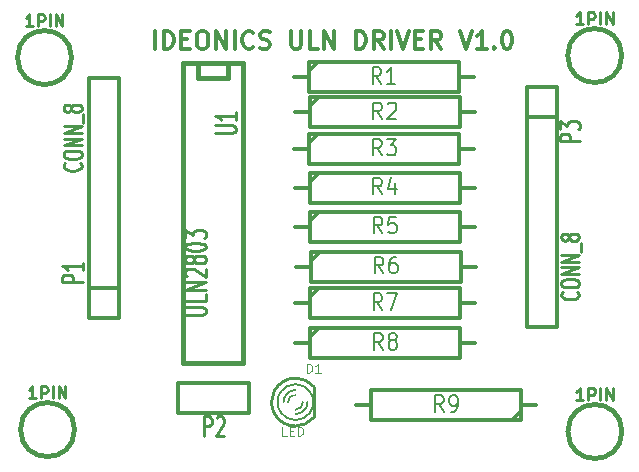
<source format=gto>
G04 (created by PCBNEW (2013-07-07 BZR 4022)-stable) date 30-Oct-13 5:57:55 PM*
%MOIN*%
G04 Gerber Fmt 3.4, Leading zero omitted, Abs format*
%FSLAX34Y34*%
G01*
G70*
G90*
G04 APERTURE LIST*
%ADD10C,0.00590551*%
%ADD11C,0.011811*%
%ADD12C,0.012*%
%ADD13C,0.015*%
%ADD14C,0.01*%
%ADD15C,0.006*%
%ADD16C,0.008*%
%ADD17C,0.0107*%
%ADD18C,0.01125*%
%ADD19C,0.0035*%
G04 APERTURE END LIST*
G54D10*
G54D11*
X47042Y-46857D02*
X47042Y-46266D01*
X47323Y-46857D02*
X47323Y-46266D01*
X47464Y-46266D01*
X47548Y-46294D01*
X47604Y-46350D01*
X47632Y-46407D01*
X47661Y-46519D01*
X47661Y-46603D01*
X47632Y-46716D01*
X47604Y-46772D01*
X47548Y-46828D01*
X47464Y-46857D01*
X47323Y-46857D01*
X47914Y-46547D02*
X48110Y-46547D01*
X48195Y-46857D02*
X47914Y-46857D01*
X47914Y-46266D01*
X48195Y-46266D01*
X48560Y-46266D02*
X48673Y-46266D01*
X48729Y-46294D01*
X48785Y-46350D01*
X48814Y-46463D01*
X48814Y-46660D01*
X48785Y-46772D01*
X48729Y-46828D01*
X48673Y-46857D01*
X48560Y-46857D01*
X48504Y-46828D01*
X48448Y-46772D01*
X48420Y-46660D01*
X48420Y-46463D01*
X48448Y-46350D01*
X48504Y-46294D01*
X48560Y-46266D01*
X49067Y-46857D02*
X49067Y-46266D01*
X49404Y-46857D01*
X49404Y-46266D01*
X49685Y-46857D02*
X49685Y-46266D01*
X50304Y-46800D02*
X50276Y-46828D01*
X50191Y-46857D01*
X50135Y-46857D01*
X50051Y-46828D01*
X49995Y-46772D01*
X49967Y-46716D01*
X49938Y-46603D01*
X49938Y-46519D01*
X49967Y-46407D01*
X49995Y-46350D01*
X50051Y-46294D01*
X50135Y-46266D01*
X50191Y-46266D01*
X50276Y-46294D01*
X50304Y-46322D01*
X50529Y-46828D02*
X50613Y-46857D01*
X50754Y-46857D01*
X50810Y-46828D01*
X50838Y-46800D01*
X50866Y-46744D01*
X50866Y-46688D01*
X50838Y-46632D01*
X50810Y-46603D01*
X50754Y-46575D01*
X50641Y-46547D01*
X50585Y-46519D01*
X50557Y-46491D01*
X50529Y-46435D01*
X50529Y-46378D01*
X50557Y-46322D01*
X50585Y-46294D01*
X50641Y-46266D01*
X50782Y-46266D01*
X50866Y-46294D01*
X51569Y-46266D02*
X51569Y-46744D01*
X51598Y-46800D01*
X51626Y-46828D01*
X51682Y-46857D01*
X51794Y-46857D01*
X51851Y-46828D01*
X51879Y-46800D01*
X51907Y-46744D01*
X51907Y-46266D01*
X52469Y-46857D02*
X52188Y-46857D01*
X52188Y-46266D01*
X52666Y-46857D02*
X52666Y-46266D01*
X53004Y-46857D01*
X53004Y-46266D01*
X53735Y-46857D02*
X53735Y-46266D01*
X53875Y-46266D01*
X53960Y-46294D01*
X54016Y-46350D01*
X54044Y-46407D01*
X54072Y-46519D01*
X54072Y-46603D01*
X54044Y-46716D01*
X54016Y-46772D01*
X53960Y-46828D01*
X53875Y-46857D01*
X53735Y-46857D01*
X54663Y-46857D02*
X54466Y-46575D01*
X54325Y-46857D02*
X54325Y-46266D01*
X54550Y-46266D01*
X54607Y-46294D01*
X54635Y-46322D01*
X54663Y-46378D01*
X54663Y-46463D01*
X54635Y-46519D01*
X54607Y-46547D01*
X54550Y-46575D01*
X54325Y-46575D01*
X54916Y-46857D02*
X54916Y-46266D01*
X55113Y-46266D02*
X55310Y-46857D01*
X55506Y-46266D01*
X55703Y-46547D02*
X55900Y-46547D01*
X55984Y-46857D02*
X55703Y-46857D01*
X55703Y-46266D01*
X55984Y-46266D01*
X56575Y-46857D02*
X56378Y-46575D01*
X56238Y-46857D02*
X56238Y-46266D01*
X56463Y-46266D01*
X56519Y-46294D01*
X56547Y-46322D01*
X56575Y-46378D01*
X56575Y-46463D01*
X56547Y-46519D01*
X56519Y-46547D01*
X56463Y-46575D01*
X56238Y-46575D01*
X57194Y-46266D02*
X57391Y-46857D01*
X57587Y-46266D01*
X58094Y-46857D02*
X57756Y-46857D01*
X57925Y-46857D02*
X57925Y-46266D01*
X57869Y-46350D01*
X57812Y-46407D01*
X57756Y-46435D01*
X58347Y-46800D02*
X58375Y-46828D01*
X58347Y-46857D01*
X58319Y-46828D01*
X58347Y-46800D01*
X58347Y-46857D01*
X58740Y-46266D02*
X58797Y-46266D01*
X58853Y-46294D01*
X58881Y-46322D01*
X58909Y-46378D01*
X58937Y-46491D01*
X58937Y-46632D01*
X58909Y-46744D01*
X58881Y-46800D01*
X58853Y-46828D01*
X58797Y-46857D01*
X58740Y-46857D01*
X58684Y-46828D01*
X58656Y-46800D01*
X58628Y-46744D01*
X58600Y-46632D01*
X58600Y-46491D01*
X58628Y-46378D01*
X58656Y-46322D01*
X58684Y-46294D01*
X58740Y-46266D01*
G54D12*
X52200Y-52286D02*
X57200Y-52286D01*
X57200Y-52286D02*
X57200Y-53286D01*
X57200Y-53286D02*
X52200Y-53286D01*
X57200Y-52786D02*
X57700Y-52786D01*
X51700Y-52786D02*
X52200Y-52786D01*
X52200Y-52586D02*
X52500Y-52286D01*
X52200Y-52286D02*
X52200Y-53286D01*
X60428Y-48118D02*
X60428Y-56118D01*
X60428Y-56118D02*
X59428Y-56118D01*
X59428Y-56118D02*
X59428Y-48118D01*
X59428Y-48118D02*
X60428Y-48118D01*
X59428Y-49118D02*
X60428Y-49118D01*
X44846Y-55822D02*
X44846Y-47822D01*
X44846Y-47822D02*
X45846Y-47822D01*
X45846Y-47822D02*
X45846Y-55822D01*
X45846Y-55822D02*
X44846Y-55822D01*
X45846Y-54822D02*
X44846Y-54822D01*
X50175Y-57998D02*
X50175Y-58998D01*
X50175Y-58998D02*
X47812Y-58998D01*
X47812Y-58998D02*
X47812Y-57998D01*
X47812Y-57998D02*
X50175Y-57998D01*
G54D13*
X49466Y-47326D02*
X49466Y-47826D01*
X49466Y-47826D02*
X48466Y-47826D01*
X48466Y-47826D02*
X48466Y-47326D01*
X49966Y-47326D02*
X49966Y-57326D01*
X49966Y-57326D02*
X47966Y-57326D01*
X47966Y-57326D02*
X47966Y-47326D01*
X47966Y-47326D02*
X49966Y-47326D01*
G54D14*
X52336Y-59136D02*
X52336Y-58136D01*
G54D15*
X51255Y-58251D02*
G75*
G03X51116Y-58636I460J-384D01*
G74*
G01*
X51116Y-58636D02*
G75*
G03X51267Y-59033I599J0D01*
G74*
G01*
X52315Y-58636D02*
G75*
G03X52171Y-58246I-599J0D01*
G74*
G01*
X52176Y-59020D02*
G75*
G03X52316Y-58636I-460J384D01*
G74*
G01*
X52203Y-58286D02*
G75*
G03X51716Y-58036I-487J-349D01*
G74*
G01*
X51716Y-58036D02*
G75*
G03X51236Y-58275I0J-600D01*
G74*
G01*
X51716Y-59235D02*
G75*
G03X52188Y-59004I0J599D01*
G74*
G01*
X51242Y-59004D02*
G75*
G03X51716Y-59236I473J368D01*
G74*
G01*
X51716Y-58386D02*
G75*
G03X51466Y-58636I0J-250D01*
G74*
G01*
X51716Y-58236D02*
G75*
G03X51316Y-58636I0J-400D01*
G74*
G01*
X51716Y-58886D02*
G75*
G03X51966Y-58636I0J250D01*
G74*
G01*
X51716Y-59036D02*
G75*
G03X52116Y-58636I0J400D01*
G74*
G01*
G54D14*
X52329Y-58122D02*
G75*
G03X51716Y-57836I-613J-513D01*
G74*
G01*
X51716Y-57837D02*
G75*
G03X51011Y-58259I0J-799D01*
G74*
G01*
X51717Y-59434D02*
G75*
G03X52326Y-59151I-1J798D01*
G74*
G01*
X51021Y-59033D02*
G75*
G03X51716Y-59436I694J397D01*
G74*
G01*
X51011Y-58256D02*
G75*
G03X50916Y-58636I704J-379D01*
G74*
G01*
X50916Y-58636D02*
G75*
G03X51034Y-59054I799J0D01*
G74*
G01*
G54D12*
X52156Y-47298D02*
X57156Y-47298D01*
X57156Y-47298D02*
X57156Y-48298D01*
X57156Y-48298D02*
X52156Y-48298D01*
X57156Y-47798D02*
X57656Y-47798D01*
X51656Y-47798D02*
X52156Y-47798D01*
X52156Y-47598D02*
X52456Y-47298D01*
X52156Y-47298D02*
X52156Y-48298D01*
X52186Y-48480D02*
X57186Y-48480D01*
X57186Y-48480D02*
X57186Y-49480D01*
X57186Y-49480D02*
X52186Y-49480D01*
X57186Y-48980D02*
X57686Y-48980D01*
X51686Y-48980D02*
X52186Y-48980D01*
X52186Y-48780D02*
X52486Y-48480D01*
X52186Y-48480D02*
X52186Y-49480D01*
X52180Y-49694D02*
X57180Y-49694D01*
X57180Y-49694D02*
X57180Y-50694D01*
X57180Y-50694D02*
X52180Y-50694D01*
X57180Y-50194D02*
X57680Y-50194D01*
X51680Y-50194D02*
X52180Y-50194D01*
X52180Y-49994D02*
X52480Y-49694D01*
X52180Y-49694D02*
X52180Y-50694D01*
X52186Y-50986D02*
X57186Y-50986D01*
X57186Y-50986D02*
X57186Y-51986D01*
X57186Y-51986D02*
X52186Y-51986D01*
X57186Y-51486D02*
X57686Y-51486D01*
X51686Y-51486D02*
X52186Y-51486D01*
X52186Y-51286D02*
X52486Y-50986D01*
X52186Y-50986D02*
X52186Y-51986D01*
X52226Y-53620D02*
X57226Y-53620D01*
X57226Y-53620D02*
X57226Y-54620D01*
X57226Y-54620D02*
X52226Y-54620D01*
X57226Y-54120D02*
X57726Y-54120D01*
X51726Y-54120D02*
X52226Y-54120D01*
X52226Y-53920D02*
X52526Y-53620D01*
X52226Y-53620D02*
X52226Y-54620D01*
X52192Y-54842D02*
X57192Y-54842D01*
X57192Y-54842D02*
X57192Y-55842D01*
X57192Y-55842D02*
X52192Y-55842D01*
X57192Y-55342D02*
X57692Y-55342D01*
X51692Y-55342D02*
X52192Y-55342D01*
X52192Y-55142D02*
X52492Y-54842D01*
X52192Y-54842D02*
X52192Y-55842D01*
X52214Y-56172D02*
X57214Y-56172D01*
X57214Y-56172D02*
X57214Y-57172D01*
X57214Y-57172D02*
X52214Y-57172D01*
X57214Y-56672D02*
X57714Y-56672D01*
X51714Y-56672D02*
X52214Y-56672D01*
X52214Y-56472D02*
X52514Y-56172D01*
X52214Y-56172D02*
X52214Y-57172D01*
X59238Y-59240D02*
X54238Y-59240D01*
X54238Y-59240D02*
X54238Y-58240D01*
X54238Y-58240D02*
X59238Y-58240D01*
X54238Y-58740D02*
X53738Y-58740D01*
X59738Y-58740D02*
X59238Y-58740D01*
X59238Y-58940D02*
X58938Y-59240D01*
X59238Y-59240D02*
X59238Y-58240D01*
G54D13*
X44250Y-47150D02*
G75*
G03X44250Y-47150I-900J0D01*
G74*
G01*
X44350Y-59554D02*
G75*
G03X44350Y-59554I-900J0D01*
G74*
G01*
X62596Y-59616D02*
G75*
G03X62596Y-59616I-900J0D01*
G74*
G01*
X62590Y-47084D02*
G75*
G03X62590Y-47084I-900J0D01*
G74*
G01*
G54D16*
X54616Y-53008D02*
X54450Y-52746D01*
X54330Y-53008D02*
X54330Y-52458D01*
X54521Y-52458D01*
X54569Y-52484D01*
X54592Y-52511D01*
X54616Y-52563D01*
X54616Y-52641D01*
X54592Y-52694D01*
X54569Y-52720D01*
X54521Y-52746D01*
X54330Y-52746D01*
X55069Y-52458D02*
X54830Y-52458D01*
X54807Y-52720D01*
X54830Y-52694D01*
X54878Y-52668D01*
X54997Y-52668D01*
X55045Y-52694D01*
X55069Y-52720D01*
X55092Y-52772D01*
X55092Y-52903D01*
X55069Y-52956D01*
X55045Y-52982D01*
X54997Y-53008D01*
X54878Y-53008D01*
X54830Y-52982D01*
X54807Y-52956D01*
G54D17*
X61203Y-49933D02*
X60522Y-49933D01*
X60522Y-49770D01*
X60555Y-49730D01*
X60587Y-49709D01*
X60652Y-49689D01*
X60749Y-49689D01*
X60814Y-49709D01*
X60846Y-49730D01*
X60879Y-49770D01*
X60879Y-49933D01*
X60522Y-49546D02*
X60522Y-49281D01*
X60782Y-49424D01*
X60782Y-49363D01*
X60814Y-49322D01*
X60846Y-49302D01*
X60911Y-49281D01*
X61073Y-49281D01*
X61138Y-49302D01*
X61171Y-49322D01*
X61203Y-49363D01*
X61203Y-49485D01*
X61171Y-49526D01*
X61138Y-49546D01*
G54D12*
G54D14*
X61113Y-54965D02*
X61142Y-54984D01*
X61170Y-55041D01*
X61170Y-55079D01*
X61142Y-55137D01*
X61085Y-55175D01*
X61028Y-55194D01*
X60913Y-55213D01*
X60828Y-55213D01*
X60713Y-55194D01*
X60656Y-55175D01*
X60599Y-55137D01*
X60570Y-55079D01*
X60570Y-55041D01*
X60599Y-54984D01*
X60628Y-54965D01*
X60570Y-54717D02*
X60570Y-54641D01*
X60599Y-54603D01*
X60656Y-54565D01*
X60770Y-54546D01*
X60970Y-54546D01*
X61085Y-54565D01*
X61142Y-54603D01*
X61170Y-54641D01*
X61170Y-54717D01*
X61142Y-54756D01*
X61085Y-54794D01*
X60970Y-54813D01*
X60770Y-54813D01*
X60656Y-54794D01*
X60599Y-54756D01*
X60570Y-54717D01*
X61170Y-54375D02*
X60570Y-54375D01*
X61170Y-54146D01*
X60570Y-54146D01*
X61170Y-53956D02*
X60570Y-53956D01*
X61170Y-53727D01*
X60570Y-53727D01*
X61228Y-53632D02*
X61228Y-53327D01*
X60828Y-53175D02*
X60799Y-53213D01*
X60770Y-53232D01*
X60713Y-53251D01*
X60685Y-53251D01*
X60628Y-53232D01*
X60599Y-53213D01*
X60570Y-53175D01*
X60570Y-53098D01*
X60599Y-53060D01*
X60628Y-53041D01*
X60685Y-53022D01*
X60713Y-53022D01*
X60770Y-53041D01*
X60799Y-53060D01*
X60828Y-53098D01*
X60828Y-53175D01*
X60856Y-53213D01*
X60885Y-53232D01*
X60942Y-53251D01*
X61056Y-53251D01*
X61113Y-53232D01*
X61142Y-53213D01*
X61170Y-53175D01*
X61170Y-53098D01*
X61142Y-53060D01*
X61113Y-53041D01*
X61056Y-53022D01*
X60942Y-53022D01*
X60885Y-53041D01*
X60856Y-53060D01*
X60828Y-53098D01*
G54D12*
G54D17*
X44621Y-54637D02*
X43940Y-54637D01*
X43940Y-54474D01*
X43973Y-54434D01*
X44005Y-54413D01*
X44070Y-54393D01*
X44167Y-54393D01*
X44232Y-54413D01*
X44264Y-54434D01*
X44297Y-54474D01*
X44297Y-54637D01*
X44621Y-53985D02*
X44621Y-54230D01*
X44621Y-54108D02*
X43940Y-54108D01*
X44037Y-54148D01*
X44102Y-54189D01*
X44135Y-54230D01*
G54D12*
G54D14*
X44531Y-50669D02*
X44560Y-50688D01*
X44588Y-50745D01*
X44588Y-50783D01*
X44560Y-50841D01*
X44503Y-50879D01*
X44446Y-50898D01*
X44331Y-50917D01*
X44246Y-50917D01*
X44131Y-50898D01*
X44074Y-50879D01*
X44017Y-50841D01*
X43988Y-50783D01*
X43988Y-50745D01*
X44017Y-50688D01*
X44046Y-50669D01*
X43988Y-50421D02*
X43988Y-50345D01*
X44017Y-50307D01*
X44074Y-50269D01*
X44188Y-50250D01*
X44388Y-50250D01*
X44503Y-50269D01*
X44560Y-50307D01*
X44588Y-50345D01*
X44588Y-50421D01*
X44560Y-50460D01*
X44503Y-50498D01*
X44388Y-50517D01*
X44188Y-50517D01*
X44074Y-50498D01*
X44017Y-50460D01*
X43988Y-50421D01*
X44588Y-50079D02*
X43988Y-50079D01*
X44588Y-49850D01*
X43988Y-49850D01*
X44588Y-49660D02*
X43988Y-49660D01*
X44588Y-49431D01*
X43988Y-49431D01*
X44646Y-49336D02*
X44646Y-49031D01*
X44246Y-48879D02*
X44217Y-48917D01*
X44188Y-48936D01*
X44131Y-48955D01*
X44103Y-48955D01*
X44046Y-48936D01*
X44017Y-48917D01*
X43988Y-48879D01*
X43988Y-48802D01*
X44017Y-48764D01*
X44046Y-48745D01*
X44103Y-48726D01*
X44131Y-48726D01*
X44188Y-48745D01*
X44217Y-48764D01*
X44246Y-48802D01*
X44246Y-48879D01*
X44274Y-48917D01*
X44303Y-48936D01*
X44360Y-48955D01*
X44474Y-48955D01*
X44531Y-48936D01*
X44560Y-48917D01*
X44588Y-48879D01*
X44588Y-48802D01*
X44560Y-48764D01*
X44531Y-48745D01*
X44474Y-48726D01*
X44360Y-48726D01*
X44303Y-48745D01*
X44274Y-48764D01*
X44246Y-48802D01*
G54D12*
G54D17*
X48678Y-59773D02*
X48678Y-59092D01*
X48841Y-59092D01*
X48881Y-59125D01*
X48902Y-59157D01*
X48922Y-59222D01*
X48922Y-59319D01*
X48902Y-59384D01*
X48881Y-59416D01*
X48841Y-59449D01*
X48678Y-59449D01*
X49085Y-59157D02*
X49106Y-59125D01*
X49146Y-59092D01*
X49248Y-59092D01*
X49289Y-59125D01*
X49309Y-59157D01*
X49330Y-59222D01*
X49330Y-59287D01*
X49309Y-59384D01*
X49065Y-59773D01*
X49330Y-59773D01*
G54D18*
X49049Y-49668D02*
X49616Y-49668D01*
X49682Y-49647D01*
X49716Y-49626D01*
X49749Y-49583D01*
X49749Y-49497D01*
X49716Y-49454D01*
X49682Y-49433D01*
X49616Y-49411D01*
X49049Y-49411D01*
X49749Y-48961D02*
X49749Y-49218D01*
X49749Y-49090D02*
X49049Y-49090D01*
X49149Y-49133D01*
X49216Y-49176D01*
X49249Y-49218D01*
G54D12*
G54D18*
X48049Y-55729D02*
X48616Y-55729D01*
X48682Y-55708D01*
X48716Y-55686D01*
X48749Y-55643D01*
X48749Y-55558D01*
X48716Y-55515D01*
X48682Y-55493D01*
X48616Y-55472D01*
X48049Y-55472D01*
X48749Y-55043D02*
X48749Y-55258D01*
X48049Y-55258D01*
X48749Y-54893D02*
X48049Y-54893D01*
X48749Y-54636D01*
X48049Y-54636D01*
X48116Y-54443D02*
X48082Y-54422D01*
X48049Y-54379D01*
X48049Y-54272D01*
X48082Y-54229D01*
X48116Y-54208D01*
X48182Y-54186D01*
X48249Y-54186D01*
X48349Y-54208D01*
X48749Y-54465D01*
X48749Y-54186D01*
X48349Y-53929D02*
X48316Y-53972D01*
X48282Y-53993D01*
X48216Y-54015D01*
X48182Y-54015D01*
X48116Y-53993D01*
X48082Y-53972D01*
X48049Y-53929D01*
X48049Y-53843D01*
X48082Y-53800D01*
X48116Y-53779D01*
X48182Y-53758D01*
X48216Y-53758D01*
X48282Y-53779D01*
X48316Y-53800D01*
X48349Y-53843D01*
X48349Y-53929D01*
X48382Y-53972D01*
X48416Y-53993D01*
X48482Y-54015D01*
X48616Y-54015D01*
X48682Y-53993D01*
X48716Y-53972D01*
X48749Y-53929D01*
X48749Y-53843D01*
X48716Y-53800D01*
X48682Y-53779D01*
X48616Y-53758D01*
X48482Y-53758D01*
X48416Y-53779D01*
X48382Y-53800D01*
X48349Y-53843D01*
X48049Y-53479D02*
X48049Y-53436D01*
X48082Y-53393D01*
X48116Y-53372D01*
X48182Y-53350D01*
X48316Y-53329D01*
X48482Y-53329D01*
X48616Y-53350D01*
X48682Y-53372D01*
X48716Y-53393D01*
X48749Y-53436D01*
X48749Y-53479D01*
X48716Y-53522D01*
X48682Y-53543D01*
X48616Y-53565D01*
X48482Y-53586D01*
X48316Y-53586D01*
X48182Y-53565D01*
X48116Y-53543D01*
X48082Y-53522D01*
X48049Y-53479D01*
X48049Y-53179D02*
X48049Y-52901D01*
X48316Y-53051D01*
X48316Y-52986D01*
X48349Y-52943D01*
X48382Y-52922D01*
X48449Y-52901D01*
X48616Y-52901D01*
X48682Y-52922D01*
X48716Y-52943D01*
X48749Y-52986D01*
X48749Y-53115D01*
X48716Y-53158D01*
X48682Y-53179D01*
G54D12*
G54D19*
X52094Y-57657D02*
X52094Y-57357D01*
X52166Y-57357D01*
X52208Y-57371D01*
X52237Y-57400D01*
X52251Y-57428D01*
X52266Y-57486D01*
X52266Y-57528D01*
X52251Y-57586D01*
X52237Y-57614D01*
X52208Y-57643D01*
X52166Y-57657D01*
X52094Y-57657D01*
X52551Y-57657D02*
X52380Y-57657D01*
X52466Y-57657D02*
X52466Y-57357D01*
X52437Y-57400D01*
X52408Y-57428D01*
X52380Y-57443D01*
X51423Y-59757D02*
X51280Y-59757D01*
X51280Y-59457D01*
X51523Y-59600D02*
X51623Y-59600D01*
X51666Y-59757D02*
X51523Y-59757D01*
X51523Y-59457D01*
X51666Y-59457D01*
X51794Y-59757D02*
X51794Y-59457D01*
X51866Y-59457D01*
X51908Y-59471D01*
X51937Y-59500D01*
X51951Y-59528D01*
X51966Y-59586D01*
X51966Y-59628D01*
X51951Y-59686D01*
X51937Y-59714D01*
X51908Y-59743D01*
X51866Y-59757D01*
X51794Y-59757D01*
G54D16*
X54572Y-48020D02*
X54406Y-47758D01*
X54286Y-48020D02*
X54286Y-47470D01*
X54477Y-47470D01*
X54525Y-47496D01*
X54548Y-47523D01*
X54572Y-47575D01*
X54572Y-47653D01*
X54548Y-47706D01*
X54525Y-47732D01*
X54477Y-47758D01*
X54286Y-47758D01*
X55048Y-48020D02*
X54763Y-48020D01*
X54906Y-48020D02*
X54906Y-47470D01*
X54858Y-47549D01*
X54810Y-47601D01*
X54763Y-47627D01*
X54602Y-49202D02*
X54436Y-48940D01*
X54316Y-49202D02*
X54316Y-48652D01*
X54507Y-48652D01*
X54555Y-48678D01*
X54578Y-48705D01*
X54602Y-48757D01*
X54602Y-48835D01*
X54578Y-48888D01*
X54555Y-48914D01*
X54507Y-48940D01*
X54316Y-48940D01*
X54793Y-48705D02*
X54816Y-48678D01*
X54864Y-48652D01*
X54983Y-48652D01*
X55031Y-48678D01*
X55055Y-48705D01*
X55078Y-48757D01*
X55078Y-48809D01*
X55055Y-48888D01*
X54769Y-49202D01*
X55078Y-49202D01*
X54596Y-50416D02*
X54430Y-50154D01*
X54310Y-50416D02*
X54310Y-49866D01*
X54501Y-49866D01*
X54549Y-49892D01*
X54572Y-49919D01*
X54596Y-49971D01*
X54596Y-50049D01*
X54572Y-50102D01*
X54549Y-50128D01*
X54501Y-50154D01*
X54310Y-50154D01*
X54763Y-49866D02*
X55072Y-49866D01*
X54906Y-50076D01*
X54977Y-50076D01*
X55025Y-50102D01*
X55049Y-50128D01*
X55072Y-50180D01*
X55072Y-50311D01*
X55049Y-50364D01*
X55025Y-50390D01*
X54977Y-50416D01*
X54834Y-50416D01*
X54787Y-50390D01*
X54763Y-50364D01*
X54602Y-51708D02*
X54436Y-51446D01*
X54316Y-51708D02*
X54316Y-51158D01*
X54507Y-51158D01*
X54555Y-51184D01*
X54578Y-51211D01*
X54602Y-51263D01*
X54602Y-51341D01*
X54578Y-51394D01*
X54555Y-51420D01*
X54507Y-51446D01*
X54316Y-51446D01*
X55031Y-51341D02*
X55031Y-51708D01*
X54912Y-51132D02*
X54793Y-51525D01*
X55102Y-51525D01*
X54642Y-54342D02*
X54476Y-54080D01*
X54356Y-54342D02*
X54356Y-53792D01*
X54547Y-53792D01*
X54595Y-53818D01*
X54618Y-53845D01*
X54642Y-53897D01*
X54642Y-53975D01*
X54618Y-54028D01*
X54595Y-54054D01*
X54547Y-54080D01*
X54356Y-54080D01*
X55071Y-53792D02*
X54976Y-53792D01*
X54928Y-53818D01*
X54904Y-53845D01*
X54856Y-53923D01*
X54833Y-54028D01*
X54833Y-54237D01*
X54856Y-54290D01*
X54880Y-54316D01*
X54928Y-54342D01*
X55023Y-54342D01*
X55071Y-54316D01*
X55095Y-54290D01*
X55118Y-54237D01*
X55118Y-54106D01*
X55095Y-54054D01*
X55071Y-54028D01*
X55023Y-54002D01*
X54928Y-54002D01*
X54880Y-54028D01*
X54856Y-54054D01*
X54833Y-54106D01*
X54608Y-55564D02*
X54442Y-55302D01*
X54322Y-55564D02*
X54322Y-55014D01*
X54513Y-55014D01*
X54561Y-55040D01*
X54584Y-55067D01*
X54608Y-55119D01*
X54608Y-55197D01*
X54584Y-55250D01*
X54561Y-55276D01*
X54513Y-55302D01*
X54322Y-55302D01*
X54775Y-55014D02*
X55108Y-55014D01*
X54894Y-55564D01*
X54630Y-56894D02*
X54464Y-56632D01*
X54344Y-56894D02*
X54344Y-56344D01*
X54535Y-56344D01*
X54583Y-56370D01*
X54606Y-56397D01*
X54630Y-56449D01*
X54630Y-56527D01*
X54606Y-56580D01*
X54583Y-56606D01*
X54535Y-56632D01*
X54344Y-56632D01*
X54916Y-56580D02*
X54868Y-56554D01*
X54844Y-56527D01*
X54821Y-56475D01*
X54821Y-56449D01*
X54844Y-56397D01*
X54868Y-56370D01*
X54916Y-56344D01*
X55011Y-56344D01*
X55059Y-56370D01*
X55083Y-56397D01*
X55106Y-56449D01*
X55106Y-56475D01*
X55083Y-56527D01*
X55059Y-56554D01*
X55011Y-56580D01*
X54916Y-56580D01*
X54868Y-56606D01*
X54844Y-56632D01*
X54821Y-56685D01*
X54821Y-56789D01*
X54844Y-56842D01*
X54868Y-56868D01*
X54916Y-56894D01*
X55011Y-56894D01*
X55059Y-56868D01*
X55083Y-56842D01*
X55106Y-56789D01*
X55106Y-56685D01*
X55083Y-56632D01*
X55059Y-56606D01*
X55011Y-56580D01*
X56654Y-58962D02*
X56488Y-58700D01*
X56368Y-58962D02*
X56368Y-58412D01*
X56559Y-58412D01*
X56607Y-58438D01*
X56630Y-58465D01*
X56654Y-58517D01*
X56654Y-58595D01*
X56630Y-58648D01*
X56607Y-58674D01*
X56559Y-58700D01*
X56368Y-58700D01*
X56892Y-58962D02*
X56988Y-58962D01*
X57035Y-58936D01*
X57059Y-58910D01*
X57107Y-58831D01*
X57130Y-58726D01*
X57130Y-58517D01*
X57107Y-58465D01*
X57083Y-58438D01*
X57035Y-58412D01*
X56940Y-58412D01*
X56892Y-58438D01*
X56868Y-58465D01*
X56845Y-58517D01*
X56845Y-58648D01*
X56868Y-58700D01*
X56892Y-58726D01*
X56940Y-58753D01*
X57035Y-58753D01*
X57083Y-58726D01*
X57107Y-58700D01*
X57130Y-58648D01*
G54D14*
X42959Y-46111D02*
X42730Y-46111D01*
X42845Y-46111D02*
X42845Y-45711D01*
X42807Y-45769D01*
X42769Y-45807D01*
X42730Y-45826D01*
X43130Y-46111D02*
X43130Y-45711D01*
X43283Y-45711D01*
X43321Y-45730D01*
X43340Y-45750D01*
X43359Y-45788D01*
X43359Y-45845D01*
X43340Y-45883D01*
X43321Y-45902D01*
X43283Y-45921D01*
X43130Y-45921D01*
X43530Y-46111D02*
X43530Y-45711D01*
X43721Y-46111D02*
X43721Y-45711D01*
X43950Y-46111D01*
X43950Y-45711D01*
X43059Y-58515D02*
X42830Y-58515D01*
X42945Y-58515D02*
X42945Y-58115D01*
X42907Y-58173D01*
X42869Y-58211D01*
X42830Y-58230D01*
X43230Y-58515D02*
X43230Y-58115D01*
X43383Y-58115D01*
X43421Y-58134D01*
X43440Y-58154D01*
X43459Y-58192D01*
X43459Y-58249D01*
X43440Y-58287D01*
X43421Y-58306D01*
X43383Y-58325D01*
X43230Y-58325D01*
X43630Y-58515D02*
X43630Y-58115D01*
X43821Y-58515D02*
X43821Y-58115D01*
X44050Y-58515D01*
X44050Y-58115D01*
X61305Y-58577D02*
X61076Y-58577D01*
X61191Y-58577D02*
X61191Y-58177D01*
X61153Y-58235D01*
X61115Y-58273D01*
X61076Y-58292D01*
X61476Y-58577D02*
X61476Y-58177D01*
X61629Y-58177D01*
X61667Y-58196D01*
X61686Y-58216D01*
X61705Y-58254D01*
X61705Y-58311D01*
X61686Y-58349D01*
X61667Y-58368D01*
X61629Y-58387D01*
X61476Y-58387D01*
X61876Y-58577D02*
X61876Y-58177D01*
X62067Y-58577D02*
X62067Y-58177D01*
X62296Y-58577D01*
X62296Y-58177D01*
X61299Y-46045D02*
X61070Y-46045D01*
X61185Y-46045D02*
X61185Y-45645D01*
X61147Y-45703D01*
X61109Y-45741D01*
X61070Y-45760D01*
X61470Y-46045D02*
X61470Y-45645D01*
X61623Y-45645D01*
X61661Y-45664D01*
X61680Y-45684D01*
X61699Y-45722D01*
X61699Y-45779D01*
X61680Y-45817D01*
X61661Y-45836D01*
X61623Y-45855D01*
X61470Y-45855D01*
X61870Y-46045D02*
X61870Y-45645D01*
X62061Y-46045D02*
X62061Y-45645D01*
X62290Y-46045D01*
X62290Y-45645D01*
M02*

</source>
